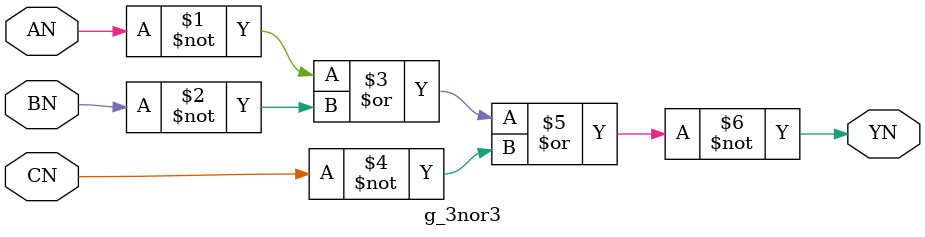
<source format=v>
module g_3nor3 (YN, AN, BN, CN);

   input AN, BN, CN;
   output YN;

   nor (YN, ~AN, ~BN, ~CN);

endmodule // g_3nor3

</source>
